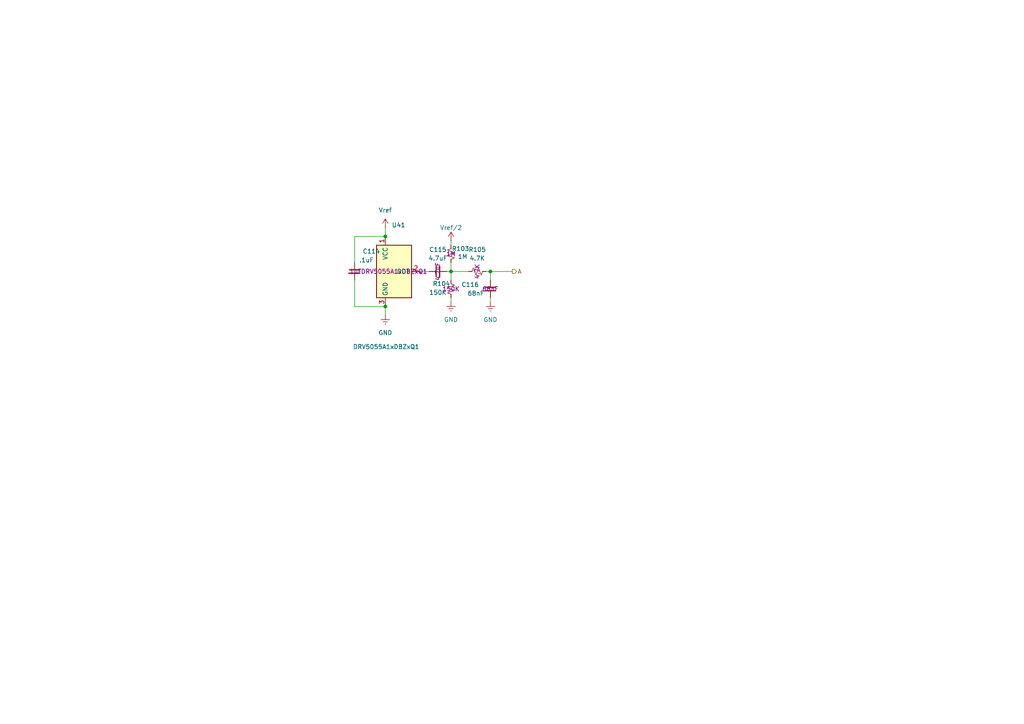
<source format=kicad_sch>
(kicad_sch (version 20250114) (generator "eeschema") (generator_version "9.0")
  (paper "A4")
  (lib_symbols
    (symbol "Device:C_Small" (pin_numbers (hide yes)) (pin_names (offset 0.254) (hide yes))
      (property "Reference" "C" (at 0.254 1.778 0))
      (property "Value" "C_Small" (at 0.254 -2.032 0))
      (symbol "C_Small_0_1"
        (polyline (pts (xy -1.524 0.508) (xy 1.524 0.508)) (stroke (width 0.3048)))
        (polyline (pts (xy -1.524 -0.508) (xy 1.524 -0.508)) (stroke (width 0.3302)))
      )
      (symbol "C_Small_1_1"
        (pin passive line (at 0 2.54 270) (length 2.032) (name "~") (number "1"))
        (pin passive line (at 0 -2.54 90) (length 2.032) (name "~") (number "2"))
      )
    )
    (symbol "Device:R_Small_US" (pin_numbers (hide yes)) (pin_names (offset 0.254) (hide yes))
      (property "Reference" "R" (at 0.762 0.508 0))
      (property "Value" "R_Small_US" (at 0.762 -1.016 0))
      (symbol "R_Small_US_1_1"
        (polyline (pts (xy 0 1.524) (xy 1.016 1.143) (xy 0 0.762) (xy -1.016 0.381) (xy 0 0)))
        (polyline (pts (xy 0 0) (xy 1.016 -0.381) (xy 0 -0.762) (xy -1.016 -1.143) (xy 0 -1.524)))
        (pin passive line (at 0 2.54 270) (length 1.016) (name "~") (number "1"))
        (pin passive line (at 0 -2.54 90) (length 1.016) (name "~") (number "2"))
      )
    )
    (symbol "Sensor_Magnetic:DRV5055A1xDBZxQ1"
      (property "Reference" "U" (at 2.54 12.7 0))
      (property "Value" "DRV5055A1xDBZxQ1" (at 2.54 10.16 0))
      (symbol "DRV5055A1xDBZxQ1_1_1"
        (rectangle (start -5.08 7.62) (end 5.08 -7.62) (stroke (width 0.254)) (fill (type background)))
        (pin power_in line (at -2.54 10.16 270) (length 2.54) (name "VCC") (number "1"))
        (pin power_in line (at -2.54 -10.16 90) (length 2.54) (name "GND") (number "3"))
        (pin output line (at 7.62 0 180) (length 2.54) (name "OUT") (number "2"))
      )
    )
    (symbol "power:Earth" (power) (pin_numbers (hide yes)) (pin_names (offset 0) (hide yes))
      (property "Value" "Earth" (at 0 -3.81 0))
      (symbol "Earth_0_1"
        (polyline (pts (xy -0.635 -1.905) (xy 0.635 -1.905)))
        (polyline (pts (xy -0.127 -2.54) (xy 0.127 -2.54)))
        (polyline (pts (xy 0 -1.27) (xy 0 0)))
        (polyline (pts (xy 1.27 -1.27) (xy -1.27 -1.27)))
      )
      (symbol "Earth_1_1"
        (pin power_in line (at 0 0 270) (length 0) (name "~") (number "1"))
      )
    )
    (symbol "power:VCC" (power) (pin_numbers (hide yes)) (pin_names (offset 0) (hide yes))
      (property "Value" "VCC" (at 0 3.556 0))
      (symbol "VCC_0_1"
        (polyline (pts (xy -0.762 1.27) (xy 0 2.54)))
        (polyline (pts (xy 0 2.54) (xy 0.762 1.27)))
        (polyline (pts (xy 0 0) (xy 0 2.54)))
      )
      (symbol "VCC_1_1"
        (pin power_in line (at 0 0 90) (length 0) (name "~") (number "1"))
      )
    )
  )
  (junction (at 111.76 88.9))
  (junction (at 130.81 78.74))
  (junction (at 111.76 68.58))
  (junction (at 142.24 78.74))
  (wire (pts (xy 142.24 78.74) (xy 148.59 78.74)))
  (wire (pts (xy 142.24 78.74) (xy 142.24 81.28)))
  (wire (pts (xy 130.81 69.85) (xy 130.81 71.12)))
  (wire (pts (xy 129.54 78.74) (xy 130.81 78.74)))
  (wire (pts (xy 111.76 68.58) (xy 102.87 68.58)))
  (wire (pts (xy 102.87 81.28) (xy 102.87 88.9)))
  (wire (pts (xy 121.92 78.74) (xy 124.46 78.74)))
  (wire (pts (xy 111.76 66.04) (xy 111.76 68.58)))
  (wire (pts (xy 140.97 78.74) (xy 142.24 78.74)))
  (wire (pts (xy 102.87 68.58) (xy 102.87 76.2)))
  (wire (pts (xy 111.76 88.9) (xy 111.76 91.44)))
  (wire (pts (xy 130.81 78.74) (xy 135.89 78.74)))
  (wire (pts (xy 130.81 78.74) (xy 130.81 81.28)))
  (wire (pts (xy 130.81 86.36) (xy 130.81 87.63)))
  (wire (pts (xy 102.87 88.9) (xy 111.76 88.9)))
  (wire (pts (xy 142.24 86.36) (xy 142.24 87.63)))
  (wire (pts (xy 130.81 76.2) (xy 130.81 78.74)))
  (hierarchical_label "A" (shape output) (at 148.59 78.74 0))
  (symbol (lib_id "Device:C_Small") (at 142.24 83.82 0) (mirror x) (unit 1)
    (property "Reference" "C23" (at 138.938 82.55 0) (effects (justify right)))
    (property "Value" "68nF" (at 140.462 85.09 0) (effects (justify right)))
    (property "Footprint" "Capacitor_SMD:C_0603_1608Metric" (effects (hide yes)))
    (property "Description" "Unpolarized capacitor, small symbol" (effects (hide yes)))
    (property "Part Number" "68nF" (at 142.24 83.82 0))
    (instances (project "Array" (path "" (reference "C116") (unit 1)) (path "" (reference "C98") (unit 1)) (path "" (reference "C32") (unit 1)) (path "" (reference "C119") (unit 1)) (path "" (reference "C71") (unit 1)) (path "" (reference "C86") (unit 1)) (path "" (reference "C50") (unit 1)) (path "" (reference "C41") (unit 1)) (path "" (reference "C83") (unit 1)) (path "" (reference "C59") (unit 1)) (path "" (reference "C68") (unit 1)) (path "" (reference "C77") (unit 1)) (path "" (reference "C65") (unit 1)) (path "" (reference "C47") (unit 1)) (path "" (reference "C101") (unit 1)) (path "" (reference "C92") (unit 1)) (path "" (reference "C53") (unit 1)) (path "" (reference "C80") (unit 1)) (path "" (reference "C23") (unit 1)) (path "" (reference "C44") (unit 1)) (path "" (reference "C122") (unit 1)) (path "" (reference "C113") (unit 1)) (path "" (reference "C107") (unit 1)) (path "" (reference "C104") (unit 1)) (path "" (reference "C74") (unit 1)) (path "" (reference "C38") (unit 1)) (path "" (reference "C62") (unit 1)) (path "" (reference "C125") (unit 1)) (path "" (reference "C89") (unit 1)) (path "" (reference "C110") (unit 1)) (path "" (reference "C35") (unit 1)) (path "" (reference "C95") (unit 1)) (path "" (reference "C128") (unit 1)) (path "" (reference "C29") (unit 1)) (path "" (reference "C26") (unit 1)) (path "" (reference "C56") (unit 1))))
  )
  (symbol (lib_id "power:Earth") (at 142.24 87.63 0) (unit 1)
    (property "Reference" "#PWR073" (effects (hide yes)))
    (property "Value" "GND" (at 142.24 92.71 0))
    (property "Description" "Power symbol creates a global label with name \"Earth\"" (effects (hide yes)))
    (instances (project "Array" (path "" (reference "#PWR0228") (unit 1)) (path "" (reference "#PWR0198") (unit 1)) (path "" (reference "#PWR088") (unit 1)) (path "" (reference "#PWR0233") (unit 1)) (path "" (reference "#PWR0153") (unit 1)) (path "" (reference "#PWR0178") (unit 1)) (path "" (reference "#PWR0118") (unit 1)) (path "" (reference "#PWR0103") (unit 1)) (path "" (reference "#PWR0173") (unit 1)) (path "" (reference "#PWR0133") (unit 1)) (path "" (reference "#PWR0148") (unit 1)) (path "" (reference "#PWR0163") (unit 1)) (path "" (reference "#PWR0143") (unit 1)) (path "" (reference "#PWR0113") (unit 1)) (path "" (reference "#PWR0203") (unit 1)) (path "" (reference "#PWR0188") (unit 1)) (path "" (reference "#PWR0123") (unit 1)) (path "" (reference "#PWR0168") (unit 1)) (path "" (reference "#PWR073") (unit 1)) (path "" (reference "#PWR0108") (unit 1)) (path "" (reference "#PWR0238") (unit 1)) (path "" (reference "#PWR0223") (unit 1)) (path "" (reference "#PWR0213") (unit 1)) (path "" (reference "#PWR0208") (unit 1)) (path "" (reference "#PWR0158") (unit 1)) (path "" (reference "#PWR098") (unit 1)) (path "" (reference "#PWR0138") (unit 1)) (path "" (reference "#PWR0243") (unit 1)) (path "" (reference "#PWR0183") (unit 1)) (path "" (reference "#PWR0218") (unit 1)) (path "" (reference "#PWR093") (unit 1)) (path "" (reference "#PWR0193") (unit 1)) (path "" (reference "#PWR0248") (unit 1)) (path "" (reference "#PWR083") (unit 1)) (path "" (reference "#PWR078") (unit 1)) (path "" (reference "#PWR0128") (unit 1))))
  )
  (symbol (lib_id "power:Earth") (at 130.81 87.63 0) (unit 1)
    (property "Reference" "#PWR072" (effects (hide yes)))
    (property "Value" "GND" (at 130.81 92.71 0))
    (property "Description" "Power symbol creates a global label with name \"Earth\"" (effects (hide yes)))
    (instances (project "Array" (path "" (reference "#PWR0227") (unit 1)) (path "" (reference "#PWR0197") (unit 1)) (path "" (reference "#PWR087") (unit 1)) (path "" (reference "#PWR0232") (unit 1)) (path "" (reference "#PWR0152") (unit 1)) (path "" (reference "#PWR0177") (unit 1)) (path "" (reference "#PWR0117") (unit 1)) (path "" (reference "#PWR0102") (unit 1)) (path "" (reference "#PWR0172") (unit 1)) (path "" (reference "#PWR0132") (unit 1)) (path "" (reference "#PWR0147") (unit 1)) (path "" (reference "#PWR0162") (unit 1)) (path "" (reference "#PWR0142") (unit 1)) (path "" (reference "#PWR0112") (unit 1)) (path "" (reference "#PWR0202") (unit 1)) (path "" (reference "#PWR0187") (unit 1)) (path "" (reference "#PWR0122") (unit 1)) (path "" (reference "#PWR0167") (unit 1)) (path "" (reference "#PWR072") (unit 1)) (path "" (reference "#PWR0107") (unit 1)) (path "" (reference "#PWR0237") (unit 1)) (path "" (reference "#PWR0222") (unit 1)) (path "" (reference "#PWR0212") (unit 1)) (path "" (reference "#PWR0207") (unit 1)) (path "" (reference "#PWR0157") (unit 1)) (path "" (reference "#PWR097") (unit 1)) (path "" (reference "#PWR0137") (unit 1)) (path "" (reference "#PWR0242") (unit 1)) (path "" (reference "#PWR0182") (unit 1)) (path "" (reference "#PWR0217") (unit 1)) (path "" (reference "#PWR092") (unit 1)) (path "" (reference "#PWR0192") (unit 1)) (path "" (reference "#PWR0247") (unit 1)) (path "" (reference "#PWR082") (unit 1)) (path "" (reference "#PWR077") (unit 1)) (path "" (reference "#PWR0127") (unit 1))))
  )
  (symbol (lib_id "Device:R_Small_US") (at 138.43 78.74 90) (unit 1)
    (property "Reference" "R12" (at 138.43 72.39 90))
    (property "Value" "4.7K" (at 138.43 74.93 90))
    (property "Footprint" "Resistor_SMD:R_0603_1608Metric" (effects (hide yes)))
    (property "Description" "Resistor, small US symbol" (effects (hide yes)))
    (property "Part Number" "4.7K" (at 138.43 78.74 0))
    (instances (project "Array" (path "" (reference "R105") (unit 1)) (path "" (reference "R87") (unit 1)) (path "" (reference "R21") (unit 1)) (path "" (reference "R108") (unit 1)) (path "" (reference "R60") (unit 1)) (path "" (reference "R75") (unit 1)) (path "" (reference "R39") (unit 1)) (path "" (reference "R30") (unit 1)) (path "" (reference "R72") (unit 1)) (path "" (reference "R48") (unit 1)) (path "" (reference "R57") (unit 1)) (path "" (reference "R66") (unit 1)) (path "" (reference "R54") (unit 1)) (path "" (reference "R36") (unit 1)) (path "" (reference "R90") (unit 1)) (path "" (reference "R81") (unit 1)) (path "" (reference "R42") (unit 1)) (path "" (reference "R69") (unit 1)) (path "" (reference "R12") (unit 1)) (path "" (reference "R33") (unit 1)) (path "" (reference "R111") (unit 1)) (path "" (reference "R102") (unit 1)) (path "" (reference "R96") (unit 1)) (path "" (reference "R93") (unit 1)) (path "" (reference "R63") (unit 1)) (path "" (reference "R27") (unit 1)) (path "" (reference "R51") (unit 1)) (path "" (reference "R114") (unit 1)) (path "" (reference "R78") (unit 1)) (path "" (reference "R99") (unit 1)) (path "" (reference "R24") (unit 1)) (path "" (reference "R84") (unit 1)) (path "" (reference "R117") (unit 1)) (path "" (reference "R18") (unit 1)) (path "" (reference "R15") (unit 1)) (path "" (reference "R45") (unit 1))))
  )
  (symbol (lib_id "Device:R_Small_US") (at 130.81 83.82 0) (unit 1)
    (property "Reference" "R11" (at 125.476 82.296 0) (effects (justify left)))
    (property "Value" "150K" (at 124.46 84.836 0) (effects (justify left)))
    (property "Footprint" "Resistor_SMD:R_0603_1608Metric" (effects (hide yes)))
    (property "Description" "Resistor, small US symbol" (effects (hide yes)))
    (property "Part Number" "150K" (at 130.81 83.82 0))
    (instances (project "Array" (path "" (reference "R104") (unit 1)) (path "" (reference "R86") (unit 1)) (path "" (reference "R20") (unit 1)) (path "" (reference "R107") (unit 1)) (path "" (reference "R59") (unit 1)) (path "" (reference "R74") (unit 1)) (path "" (reference "R38") (unit 1)) (path "" (reference "R29") (unit 1)) (path "" (reference "R71") (unit 1)) (path "" (reference "R47") (unit 1)) (path "" (reference "R56") (unit 1)) (path "" (reference "R65") (unit 1)) (path "" (reference "R53") (unit 1)) (path "" (reference "R35") (unit 1)) (path "" (reference "R89") (unit 1)) (path "" (reference "R80") (unit 1)) (path "" (reference "R41") (unit 1)) (path "" (reference "R68") (unit 1)) (path "" (reference "R11") (unit 1)) (path "" (reference "R32") (unit 1)) (path "" (reference "R110") (unit 1)) (path "" (reference "R101") (unit 1)) (path "" (reference "R95") (unit 1)) (path "" (reference "R92") (unit 1)) (path "" (reference "R62") (unit 1)) (path "" (reference "R26") (unit 1)) (path "" (reference "R50") (unit 1)) (path "" (reference "R113") (unit 1)) (path "" (reference "R77") (unit 1)) (path "" (reference "R98") (unit 1)) (path "" (reference "R23") (unit 1)) (path "" (reference "R83") (unit 1)) (path "" (reference "R116") (unit 1)) (path "" (reference "R17") (unit 1)) (path "" (reference "R14") (unit 1)) (path "" (reference "R44") (unit 1))))
  )
  (symbol (lib_id "Device:C_Small") (at 102.87 78.74 0) (unit 1)
    (property "Reference" "C21" (at 105.156 72.898 0) (effects (justify left)))
    (property "Value" ".1uF" (at 104.14 75.438 0) (effects (justify left)))
    (property "Footprint" "Capacitor_SMD:C_0603_1608Metric" (effects (hide yes)))
    (property "Description" "Unpolarized capacitor, small symbol" (effects (hide yes)))
    (property "Part Number" ".1uF" (at 102.87 78.74 0))
    (instances (project "Array" (path "" (reference "C114") (unit 1)) (path "" (reference "C96") (unit 1)) (path "" (reference "C30") (unit 1)) (path "" (reference "C117") (unit 1)) (path "" (reference "C69") (unit 1)) (path "" (reference "C84") (unit 1)) (path "" (reference "C48") (unit 1)) (path "" (reference "C39") (unit 1)) (path "" (reference "C81") (unit 1)) (path "" (reference "C57") (unit 1)) (path "" (reference "C66") (unit 1)) (path "" (reference "C75") (unit 1)) (path "" (reference "C63") (unit 1)) (path "" (reference "C45") (unit 1)) (path "" (reference "C99") (unit 1)) (path "" (reference "C90") (unit 1)) (path "" (reference "C51") (unit 1)) (path "" (reference "C78") (unit 1)) (path "" (reference "C21") (unit 1)) (path "" (reference "C42") (unit 1)) (path "" (reference "C120") (unit 1)) (path "" (reference "C111") (unit 1)) (path "" (reference "C105") (unit 1)) (path "" (reference "C102") (unit 1)) (path "" (reference "C72") (unit 1)) (path "" (reference "C36") (unit 1)) (path "" (reference "C60") (unit 1)) (path "" (reference "C123") (unit 1)) (path "" (reference "C87") (unit 1)) (path "" (reference "C108") (unit 1)) (path "" (reference "C33") (unit 1)) (path "" (reference "C93") (unit 1)) (path "" (reference "C126") (unit 1)) (path "" (reference "C27") (unit 1)) (path "" (reference "C24") (unit 1)) (path "" (reference "C54") (unit 1))))
  )
  (symbol (lib_id "Device:C_Small") (at 127 78.74 90) (unit 1)
    (property "Reference" "C22" (at 127 72.39 90))
    (property "Value" "4.7uF" (at 127 74.93 90))
    (property "Footprint" "Capacitor_SMD:C_0603_1608Metric" (effects (hide yes)))
    (property "Description" "Unpolarized capacitor, small symbol" (effects (hide yes)))
    (property "Part Number" "4.7uF" (at 127 78.74 0))
    (instances (project "Array" (path "" (reference "C115") (unit 1)) (path "" (reference "C97") (unit 1)) (path "" (reference "C31") (unit 1)) (path "" (reference "C118") (unit 1)) (path "" (reference "C70") (unit 1)) (path "" (reference "C85") (unit 1)) (path "" (reference "C49") (unit 1)) (path "" (reference "C40") (unit 1)) (path "" (reference "C82") (unit 1)) (path "" (reference "C58") (unit 1)) (path "" (reference "C67") (unit 1)) (path "" (reference "C76") (unit 1)) (path "" (reference "C64") (unit 1)) (path "" (reference "C46") (unit 1)) (path "" (reference "C100") (unit 1)) (path "" (reference "C91") (unit 1)) (path "" (reference "C52") (unit 1)) (path "" (reference "C79") (unit 1)) (path "" (reference "C22") (unit 1)) (path "" (reference "C43") (unit 1)) (path "" (reference "C121") (unit 1)) (path "" (reference "C112") (unit 1)) (path "" (reference "C106") (unit 1)) (path "" (reference "C103") (unit 1)) (path "" (reference "C73") (unit 1)) (path "" (reference "C37") (unit 1)) (path "" (reference "C61") (unit 1)) (path "" (reference "C124") (unit 1)) (path "" (reference "C88") (unit 1)) (path "" (reference "C109") (unit 1)) (path "" (reference "C34") (unit 1)) (path "" (reference "C94") (unit 1)) (path "" (reference "C127") (unit 1)) (path "" (reference "C28") (unit 1)) (path "" (reference "C25") (unit 1)) (path "" (reference "C55") (unit 1))))
  )
  (symbol (lib_id "power:Earth") (at 111.76 91.44 0) (unit 1)
    (property "Reference" "#PWR070" (effects (hide yes)))
    (property "Value" "GND" (at 111.76 96.52 0))
    (property "Description" "Power symbol creates a global label with name \"Earth\"" (effects (hide yes)))
    (instances (project "Array" (path "" (reference "#PWR0225") (unit 1)) (path "" (reference "#PWR0195") (unit 1)) (path "" (reference "#PWR085") (unit 1)) (path "" (reference "#PWR0230") (unit 1)) (path "" (reference "#PWR0150") (unit 1)) (path "" (reference "#PWR0175") (unit 1)) (path "" (reference "#PWR0115") (unit 1)) (path "" (reference "#PWR0100") (unit 1)) (path "" (reference "#PWR0170") (unit 1)) (path "" (reference "#PWR0130") (unit 1)) (path "" (reference "#PWR0145") (unit 1)) (path "" (reference "#PWR0160") (unit 1)) (path "" (reference "#PWR0140") (unit 1)) (path "" (reference "#PWR0110") (unit 1)) (path "" (reference "#PWR0200") (unit 1)) (path "" (reference "#PWR0185") (unit 1)) (path "" (reference "#PWR0120") (unit 1)) (path "" (reference "#PWR0165") (unit 1)) (path "" (reference "#PWR070") (unit 1)) (path "" (reference "#PWR0105") (unit 1)) (path "" (reference "#PWR0235") (unit 1)) (path "" (reference "#PWR0220") (unit 1)) (path "" (reference "#PWR0210") (unit 1)) (path "" (reference "#PWR0205") (unit 1)) (path "" (reference "#PWR0155") (unit 1)) (path "" (reference "#PWR095") (unit 1)) (path "" (reference "#PWR0135") (unit 1)) (path "" (reference "#PWR0240") (unit 1)) (path "" (reference "#PWR0180") (unit 1)) (path "" (reference "#PWR0215") (unit 1)) (path "" (reference "#PWR090") (unit 1)) (path "" (reference "#PWR0190") (unit 1)) (path "" (reference "#PWR0245") (unit 1)) (path "" (reference "#PWR080") (unit 1)) (path "" (reference "#PWR075") (unit 1)) (path "" (reference "#PWR0125") (unit 1))))
  )
  (symbol (lib_id "power:VCC") (at 111.76 66.04 0) (unit 1)
    (property "Reference" "#PWR069" (effects (hide yes)))
    (property "Value" "Vref" (at 111.76 60.96 0))
    (property "Description" "Power symbol creates a global label with name \"VCC\"" (effects (hide yes)))
    (instances (project "Array" (path "" (reference "#PWR0224") (unit 1)) (path "" (reference "#PWR0194") (unit 1)) (path "" (reference "#PWR084") (unit 1)) (path "" (reference "#PWR0229") (unit 1)) (path "" (reference "#PWR0149") (unit 1)) (path "" (reference "#PWR0174") (unit 1)) (path "" (reference "#PWR0114") (unit 1)) (path "" (reference "#PWR099") (unit 1)) (path "" (reference "#PWR0169") (unit 1)) (path "" (reference "#PWR0129") (unit 1)) (path "" (reference "#PWR0144") (unit 1)) (path "" (reference "#PWR0159") (unit 1)) (path "" (reference "#PWR0139") (unit 1)) (path "" (reference "#PWR0109") (unit 1)) (path "" (reference "#PWR0199") (unit 1)) (path "" (reference "#PWR0184") (unit 1)) (path "" (reference "#PWR0119") (unit 1)) (path "" (reference "#PWR0164") (unit 1)) (path "" (reference "#PWR069") (unit 1)) (path "" (reference "#PWR0104") (unit 1)) (path "" (reference "#PWR0234") (unit 1)) (path "" (reference "#PWR0219") (unit 1)) (path "" (reference "#PWR0209") (unit 1)) (path "" (reference "#PWR0204") (unit 1)) (path "" (reference "#PWR0154") (unit 1)) (path "" (reference "#PWR094") (unit 1)) (path "" (reference "#PWR0134") (unit 1)) (path "" (reference "#PWR0239") (unit 1)) (path "" (reference "#PWR0179") (unit 1)) (path "" (reference "#PWR0214") (unit 1)) (path "" (reference "#PWR089") (unit 1)) (path "" (reference "#PWR0189") (unit 1)) (path "" (reference "#PWR0244") (unit 1)) (path "" (reference "#PWR079") (unit 1)) (path "" (reference "#PWR074") (unit 1)) (path "" (reference "#PWR0124") (unit 1))))
  )
  (symbol (lib_id "Sensor_Magnetic:DRV5055A1xDBZxQ1") (at 114.3 78.74 0) (unit 1)
    (property "Reference" "U10" (at 117.602 65.278 0) (effects (justify right)))
    (property "Value" "DRV5055A1xDBZxQ1" (at 121.666 100.584 0) (effects (justify right)))
    (property "Footprint" "Package_TO_SOT_SMD:SOT-23" (effects (hide yes)))
    (property "Datasheet" "https://www.ti.com/lit/ds/symlink/drv5055-q1.pdf" (effects (hide yes)))
    (property "Description" "100 mV/mT,±21-mT, 20-kHz, 3.3/5V, SOT-23" (effects (hide yes)))
    (property "Part Number" "DRV5055A1xDBZxQ1" (at 114.3 78.74 0))
    (instances (project "Array" (path "" (reference "U41") (unit 1)) (path "" (reference "U35") (unit 1)) (path "" (reference "U13") (unit 1)) (path "" (reference "U42") (unit 1)) (path "" (reference "U26") (unit 1)) (path "" (reference "U31") (unit 1)) (path "" (reference "U19") (unit 1)) (path "" (reference "U16") (unit 1)) (path "" (reference "U30") (unit 1)) (path "" (reference "U22") (unit 1)) (path "" (reference "U25") (unit 1)) (path "" (reference "U28") (unit 1)) (path "" (reference "U24") (unit 1)) (path "" (reference "U18") (unit 1)) (path "" (reference "U36") (unit 1)) (path "" (reference "U33") (unit 1)) (path "" (reference "U20") (unit 1)) (path "" (reference "U29") (unit 1)) (path "" (reference "U10") (unit 1)) (path "" (reference "U17") (unit 1)) (path "" (reference "U43") (unit 1)) (path "" (reference "U40") (unit 1)) (path "" (reference "U38") (unit 1)) (path "" (reference "U37") (unit 1)) (path "" (reference "U27") (unit 1)) (path "" (reference "U15") (unit 1)) (path "" (reference "U23") (unit 1)) (path "" (reference "U44") (unit 1)) (path "" (reference "U32") (unit 1)) (path "" (reference "U39") (unit 1)) (path "" (reference "U14") (unit 1)) (path "" (reference "U34") (unit 1)) (path "" (reference "U45") (unit 1)) (path "" (reference "U12") (unit 1)) (path "" (reference "U11") (unit 1)) (path "" (reference "U21") (unit 1))))
  )
  (symbol (lib_id "Device:R_Small_US") (at 130.81 73.66 0) (mirror y) (unit 1)
    (property "Reference" "R10" (at 136.144 72.136 0) (effects (justify left)))
    (property "Value" "1M" (at 135.636 74.422 0) (effects (justify left)))
    (property "Footprint" "Resistor_SMD:R_0603_1608Metric" (effects (hide yes)))
    (property "Description" "Resistor, small US symbol" (effects (hide yes)))
    (property "Part Number" "1M" (at 130.81 73.66 0))
    (instances (project "Array" (path "" (reference "R103") (unit 1)) (path "" (reference "R85") (unit 1)) (path "" (reference "R19") (unit 1)) (path "" (reference "R106") (unit 1)) (path "" (reference "R58") (unit 1)) (path "" (reference "R73") (unit 1)) (path "" (reference "R37") (unit 1)) (path "" (reference "R28") (unit 1)) (path "" (reference "R70") (unit 1)) (path "" (reference "R46") (unit 1)) (path "" (reference "R55") (unit 1)) (path "" (reference "R64") (unit 1)) (path "" (reference "R52") (unit 1)) (path "" (reference "R34") (unit 1)) (path "" (reference "R88") (unit 1)) (path "" (reference "R79") (unit 1)) (path "" (reference "R40") (unit 1)) (path "" (reference "R67") (unit 1)) (path "" (reference "R10") (unit 1)) (path "" (reference "R31") (unit 1)) (path "" (reference "R109") (unit 1)) (path "" (reference "R100") (unit 1)) (path "" (reference "R94") (unit 1)) (path "" (reference "R91") (unit 1)) (path "" (reference "R61") (unit 1)) (path "" (reference "R25") (unit 1)) (path "" (reference "R49") (unit 1)) (path "" (reference "R112") (unit 1)) (path "" (reference "R76") (unit 1)) (path "" (reference "R97") (unit 1)) (path "" (reference "R22") (unit 1)) (path "" (reference "R82") (unit 1)) (path "" (reference "R115") (unit 1)) (path "" (reference "R16") (unit 1)) (path "" (reference "R13") (unit 1)) (path "" (reference "R43") (unit 1))))
  )
  (symbol (lib_id "power:VCC") (at 130.81 69.85 0) (unit 1)
    (property "Reference" "#PWR071" (effects (hide yes)))
    (property "Value" "Vref/2" (at 130.81 66.04 0))
    (property "Description" "Power symbol creates a global label with name \"VCC\"" (effects (hide yes)))
    (instances (project "Array" (path "" (reference "#PWR0226") (unit 1)) (path "" (reference "#PWR0196") (unit 1)) (path "" (reference "#PWR086") (unit 1)) (path "" (reference "#PWR0231") (unit 1)) (path "" (reference "#PWR0151") (unit 1)) (path "" (reference "#PWR0176") (unit 1)) (path "" (reference "#PWR0116") (unit 1)) (path "" (reference "#PWR0101") (unit 1)) (path "" (reference "#PWR0171") (unit 1)) (path "" (reference "#PWR0131") (unit 1)) (path "" (reference "#PWR0146") (unit 1)) (path "" (reference "#PWR0161") (unit 1)) (path "" (reference "#PWR0141") (unit 1)) (path "" (reference "#PWR0111") (unit 1)) (path "" (reference "#PWR0201") (unit 1)) (path "" (reference "#PWR0186") (unit 1)) (path "" (reference "#PWR0121") (unit 1)) (path "" (reference "#PWR0166") (unit 1)) (path "" (reference "#PWR071") (unit 1)) (path "" (reference "#PWR0106") (unit 1)) (path "" (reference "#PWR0236") (unit 1)) (path "" (reference "#PWR0221") (unit 1)) (path "" (reference "#PWR0211") (unit 1)) (path "" (reference "#PWR0206") (unit 1)) (path "" (reference "#PWR0156") (unit 1)) (path "" (reference "#PWR096") (unit 1)) (path "" (reference "#PWR0136") (unit 1)) (path "" (reference "#PWR0241") (unit 1)) (path "" (reference "#PWR0181") (unit 1)) (path "" (reference "#PWR0216") (unit 1)) (path "" (reference "#PWR091") (unit 1)) (path "" (reference "#PWR0191") (unit 1)) (path "" (reference "#PWR0246") (unit 1)) (path "" (reference "#PWR081") (unit 1)) (path "" (reference "#PWR076") (unit 1)) (path "" (reference "#PWR0126") (unit 1))))
  )
)
</source>
